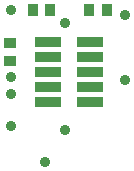
<source format=gts>
G04*
G04 #@! TF.GenerationSoftware,Altium Limited,Altium Designer,19.0.12 (326)*
G04*
G04 Layer_Color=8388736*
%FSLAX25Y25*%
%MOIN*%
G70*
G01*
G75*
%ADD15R,0.08900X0.03800*%
%ADD16R,0.03556X0.04343*%
%ADD17R,0.04343X0.03556*%
%ADD18C,0.03556*%
D15*
X132591Y138465D02*
D03*
Y133465D02*
D03*
Y128465D02*
D03*
Y123465D02*
D03*
X118591D02*
D03*
Y128465D02*
D03*
Y133465D02*
D03*
Y138465D02*
D03*
Y143465D02*
D03*
X132591D02*
D03*
D16*
X113583Y153937D02*
D03*
X119488D02*
D03*
X138386Y153937D02*
D03*
X132480D02*
D03*
D17*
X105905Y143110D02*
D03*
Y137205D02*
D03*
D18*
X106299Y125984D02*
D03*
Y131889D02*
D03*
X124409Y149606D02*
D03*
X117717Y103543D02*
D03*
X124409Y114173D02*
D03*
X144488Y152552D02*
D03*
Y130709D02*
D03*
X106299Y115354D02*
D03*
Y153937D02*
D03*
M02*

</source>
